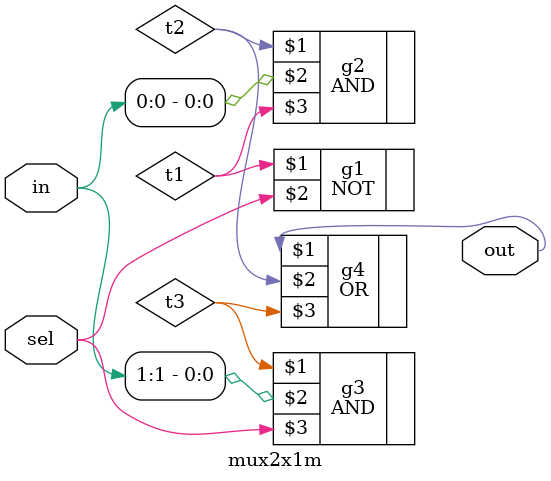
<source format=v>
module mux2x1m (in,sel,out);
input [1:0]in;
input sel;
output out;
wire t1,t2,t3;

NOT g1 (t1,sel);
AND g2 (t2,in[0],t1);
AND g3 (t3,in[1],sel);
OR g4 (out,t2,t3);
endmodule

</source>
